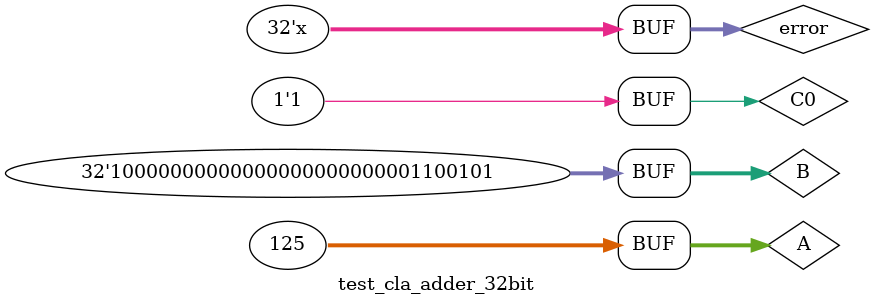
<source format=v>
`timescale 1ns / 1ps


module test_cla_adder_32bit;

	// Inputs
	reg signed [31:0] A;
	reg signed [31:0] B;
	reg C0;

	// Outputs
	wire signed [31:0] S;
	wire C32;
	wire Pg;
	wire Gg;
	wire overflow;

	// Instantiate the Unit Under Test (UUT)
	cla_adder_32bit uut (
		.A(A), 
		.B(B), 
		.S(S), 
		.C0(C0), 
		.C32(C32), 
		.Pg(Pg), 
		.Gg(Gg),
		.overflow(overflow)
	);

	integer error = 0;
	initial begin
		// Initialize Inputs
		A = 0;
		B = 0;
		C0 = 0;

		// Wait 100 ns for global reset to finish
		#100;
        
		// Add stimulus here
		B = 32'd5;	//basic low value adding
		for (A = 32'd1; A!= 32'd15; A = A + 1 ) begin
			#10;

		end

		B = 32'd639872;	//basic low value adding
		for (A = 32'd19837; A!= 32'd19893; A = A + 1 ) begin
			#10;
		end
		
		B = 32'd2147483547;	//large values and overflow
		for (A = 32'd75; A!= 32'd125; A = A + 1 ) begin
			#10;
		end

		B = -32'd2147483547;
		for (A = 32'd75; A!= 32'd125; A = A + 1 ) begin
			#10;
		end

		C0 = 1;
		for (A = 32'd75; A!= 32'd125; A = A + 1 ) begin
			#10;
		end

	end
   
	always@(A, B, C0) begin
		#1;
		$display("Add: carry is %d; %d + %d = ", C0, A, B, S);
		if((A + B + C0 !== S) && (overflow !== 1)) begin	//adding errors
			$display("ERROR addition error ABOVE");
			error = error + 1;
		end
		if((A + B > 2147483647) && (overflow !== 1)) begin	//carry errors
			$display("ERROR no overflow ABOVE");
			error = error + 1;
		end
		if(overflow == 1) begin
			$display("WARNING overflow");
		end
	end
	
	
endmodule


</source>
